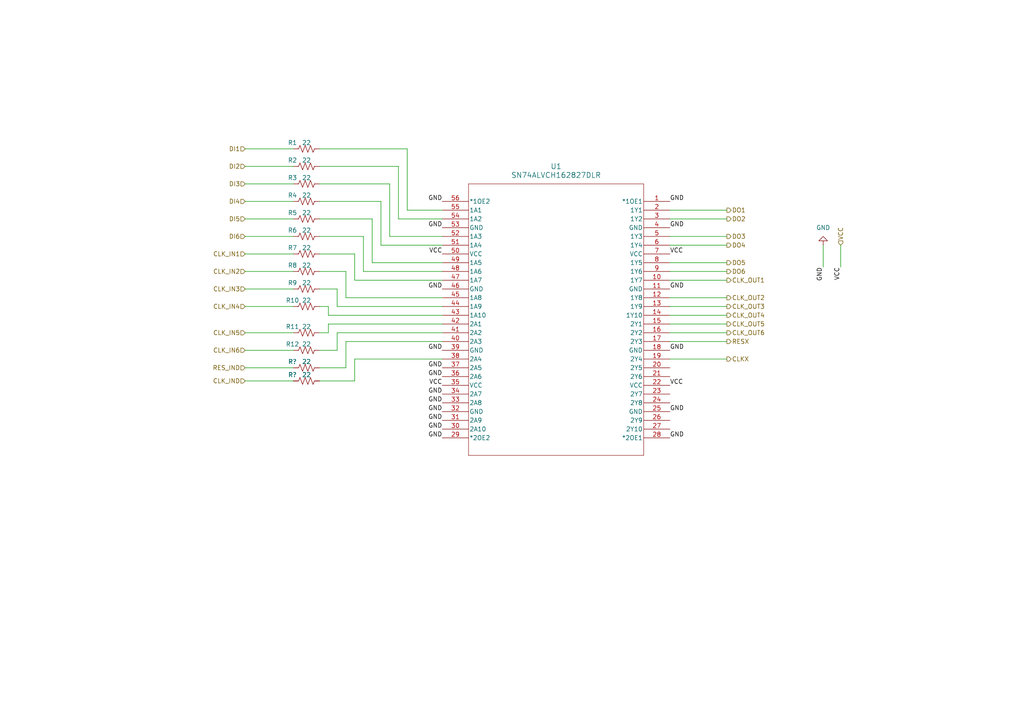
<source format=kicad_sch>
(kicad_sch (version 20231120) (generator "eeschema") (generator_version "8.0")
  (paper "A4")
  (lib_symbols
    (symbol "74ALVCH:SN74ALVCH162827DLR" (pin_names (offset 0.254))
      (property "Reference" "U" (at 33.02 10.16 0))
      (property "Value" "SN74ALVCH162827DLR" (at 33.02 7.62 0))
      (symbol "SN74ALVCH162827DLR_0_1"
        (polyline (pts (xy 7.62 -73.66) (xy 58.42 -73.66)) (stroke (width 0.127)))
        (polyline (pts (xy 7.62 5.08) (xy 7.62 -73.66)) (stroke (width 0.127)))
        (polyline (pts (xy 58.42 -73.66) (xy 58.42 5.08)) (stroke (width 0.127)))
        (polyline (pts (xy 58.42 5.08) (xy 7.62 5.08)) (stroke (width 0.127)))
        (pin input line (at 0 0 0) (length 7.62) (name "*1OE1") (number "1"))
        (pin output line (at 0 -22.86 0) (length 7.62) (name "1Y7") (number "10"))
        (pin power_in line (at 0 -25.4 0) (length 7.62) (name "GND") (number "11"))
        (pin output line (at 0 -27.94 0) (length 7.62) (name "1Y8") (number "12"))
        (pin output line (at 0 -30.48 0) (length 7.62) (name "1Y9") (number "13"))
        (pin output line (at 0 -33.02 0) (length 7.62) (name "1Y10") (number "14"))
        (pin output line (at 0 -35.56 0) (length 7.62) (name "2Y1") (number "15"))
        (pin output line (at 0 -38.1 0) (length 7.62) (name "2Y2") (number "16"))
        (pin output line (at 0 -40.64 0) (length 7.62) (name "2Y3") (number "17"))
        (pin power_in line (at 0 -43.18 0) (length 7.62) (name "GND") (number "18"))
        (pin output line (at 0 -45.72 0) (length 7.62) (name "2Y4") (number "19"))
        (pin output line (at 0 -2.54 0) (length 7.62) (name "1Y1") (number "2"))
        (pin output line (at 0 -48.26 0) (length 7.62) (name "2Y5") (number "20"))
        (pin output line (at 0 -50.8 0) (length 7.62) (name "2Y6") (number "21"))
        (pin power_in line (at 0 -53.34 0) (length 7.62) (name "VCC") (number "22"))
        (pin output line (at 0 -55.88 0) (length 7.62) (name "2Y7") (number "23"))
        (pin output line (at 0 -58.42 0) (length 7.62) (name "2Y8") (number "24"))
        (pin power_in line (at 0 -60.96 0) (length 7.62) (name "GND") (number "25"))
        (pin output line (at 0 -63.5 0) (length 7.62) (name "2Y9") (number "26"))
        (pin output line (at 0 -66.04 0) (length 7.62) (name "2Y10") (number "27"))
        (pin input line (at 0 -68.58 0) (length 7.62) (name "*2OE1") (number "28"))
        (pin input line (at 66.04 -68.58 180) (length 7.62) (name "*2OE2") (number "29"))
        (pin output line (at 0 -5.08 0) (length 7.62) (name "1Y2") (number "3"))
        (pin input line (at 66.04 -66.04 180) (length 7.62) (name "2A10") (number "30"))
        (pin input line (at 66.04 -63.5 180) (length 7.62) (name "2A9") (number "31"))
        (pin power_in line (at 66.04 -60.96 180) (length 7.62) (name "GND") (number "32"))
        (pin input line (at 66.04 -58.42 180) (length 7.62) (name "2A8") (number "33"))
        (pin input line (at 66.04 -55.88 180) (length 7.62) (name "2A7") (number "34"))
        (pin power_in line (at 66.04 -53.34 180) (length 7.62) (name "VCC") (number "35"))
        (pin input line (at 66.04 -50.8 180) (length 7.62) (name "2A6") (number "36"))
        (pin input line (at 66.04 -48.26 180) (length 7.62) (name "2A5") (number "37"))
        (pin input line (at 66.04 -45.72 180) (length 7.62) (name "2A4") (number "38"))
        (pin power_in line (at 66.04 -43.18 180) (length 7.62) (name "GND") (number "39"))
        (pin power_in line (at 0 -7.62 0) (length 7.62) (name "GND") (number "4"))
        (pin input line (at 66.04 -40.64 180) (length 7.62) (name "2A3") (number "40"))
        (pin input line (at 66.04 -38.1 180) (length 7.62) (name "2A2") (number "41"))
        (pin input line (at 66.04 -35.56 180) (length 7.62) (name "2A1") (number "42"))
        (pin input line (at 66.04 -33.02 180) (length 7.62) (name "1A10") (number "43"))
        (pin input line (at 66.04 -30.48 180) (length 7.62) (name "1A9") (number "44"))
        (pin input line (at 66.04 -27.94 180) (length 7.62) (name "1A8") (number "45"))
        (pin power_in line (at 66.04 -25.4 180) (length 7.62) (name "GND") (number "46"))
        (pin input line (at 66.04 -22.86 180) (length 7.62) (name "1A7") (number "47"))
        (pin input line (at 66.04 -20.32 180) (length 7.62) (name "1A6") (number "48"))
        (pin input line (at 66.04 -17.78 180) (length 7.62) (name "1A5") (number "49"))
        (pin output line (at 0 -10.16 0) (length 7.62) (name "1Y3") (number "5"))
        (pin power_in line (at 66.04 -15.24 180) (length 7.62) (name "VCC") (number "50"))
        (pin input line (at 66.04 -12.7 180) (length 7.62) (name "1A4") (number "51"))
        (pin input line (at 66.04 -10.16 180) (length 7.62) (name "1A3") (number "52"))
        (pin power_in line (at 66.04 -7.62 180) (length 7.62) (name "GND") (number "53"))
        (pin input line (at 66.04 -5.08 180) (length 7.62) (name "1A2") (number "54"))
        (pin input line (at 66.04 -2.54 180) (length 7.62) (name "1A1") (number "55"))
        (pin input line (at 66.04 0 180) (length 7.62) (name "*1OE2") (number "56"))
        (pin output line (at 0 -12.7 0) (length 7.62) (name "1Y4") (number "6"))
        (pin power_in line (at 0 -15.24 0) (length 7.62) (name "VCC") (number "7"))
        (pin output line (at 0 -17.78 0) (length 7.62) (name "1Y5") (number "8"))
        (pin output line (at 0 -20.32 0) (length 7.62) (name "1Y6") (number "9"))
      )
    )
    (symbol "Device:R_US" (pin_numbers hide) (pin_names (offset 0))
      (property "Reference" "R" (at 2.54 0 90))
      (property "Value" "R_US" (at -2.54 0 90))
      (symbol "R_US_0_1"
        (polyline (pts (xy 0 -2.286) (xy 0 -2.54)))
        (polyline (pts (xy 0 2.286) (xy 0 2.54)))
        (polyline (pts (xy 0 -0.762) (xy 1.016 -1.143) (xy 0 -1.524) (xy -1.016 -1.905) (xy 0 -2.286)))
        (polyline (pts (xy 0 0.762) (xy 1.016 0.381) (xy 0 0) (xy -1.016 -0.381) (xy 0 -0.762)))
        (polyline (pts (xy 0 2.286) (xy 1.016 1.905) (xy 0 1.524) (xy -1.016 1.143) (xy 0 0.762)))
      )
      (symbol "R_US_1_1"
        (pin passive line (at 0 3.81 270) (length 1.27) (name "~") (number "1"))
        (pin passive line (at 0 -3.81 90) (length 1.27) (name "~") (number "2"))
      )
    )
    (symbol "power:GND" (power) (pin_numbers hide) (pin_names (offset 0) hide)
      (property "Value" "GND" (at 0 -3.81 0))
      (symbol "GND_0_1"
        (polyline (pts (xy 0 0) (xy 0 -1.27) (xy 1.27 -1.27) (xy 0 -2.54) (xy -1.27 -1.27) (xy 0 -1.27)))
      )
      (symbol "GND_1_1"
        (pin power_in line (at 0 0 270) (length 0) (name "~") (number "1"))
      )
    )
  )
  (wire (pts (xy 128.27 91.44) (xy 95.25 91.44)))
  (wire (pts (xy 100.33 78.74) (xy 92.71 78.74)))
  (wire (pts (xy 71.12 53.34) (xy 85.09 53.34)))
  (wire (pts (xy 92.71 110.49) (xy 102.87 110.49)))
  (wire (pts (xy 71.12 88.9) (xy 85.09 88.9)))
  (wire (pts (xy 128.27 81.28) (xy 102.87 81.28)))
  (wire (pts (xy 113.03 68.58) (xy 128.27 68.58)))
  (wire (pts (xy 71.12 96.52) (xy 85.09 96.52)))
  (wire (pts (xy 194.31 99.06) (xy 210.82 99.06)))
  (wire (pts (xy 102.87 73.66) (xy 92.71 73.66)))
  (wire (pts (xy 115.57 63.5) (xy 115.57 48.26)))
  (wire (pts (xy 107.95 76.2) (xy 107.95 63.5)))
  (wire (pts (xy 128.27 76.2) (xy 107.95 76.2)))
  (wire (pts (xy 105.41 78.74) (xy 105.41 68.58)))
  (wire (pts (xy 110.49 58.42) (xy 92.71 58.42)))
  (wire (pts (xy 100.33 86.36) (xy 100.33 78.74)))
  (wire (pts (xy 100.33 106.68) (xy 100.33 99.06)))
  (wire (pts (xy 128.27 63.5) (xy 115.57 63.5)))
  (wire (pts (xy 194.31 81.28) (xy 210.82 81.28)))
  (wire (pts (xy 71.12 83.82) (xy 85.09 83.82)))
  (wire (pts (xy 71.12 68.58) (xy 85.09 68.58)))
  (wire (pts (xy 238.76 71.12) (xy 238.76 77.47)))
  (wire (pts (xy 128.27 96.52) (xy 97.79 96.52)))
  (wire (pts (xy 102.87 81.28) (xy 102.87 73.66)))
  (wire (pts (xy 71.12 78.74) (xy 85.09 78.74)))
  (wire (pts (xy 102.87 110.49) (xy 102.87 104.14)))
  (wire (pts (xy 71.12 73.66) (xy 85.09 73.66)))
  (wire (pts (xy 97.79 101.6) (xy 92.71 101.6)))
  (wire (pts (xy 92.71 83.82) (xy 97.79 83.82)))
  (wire (pts (xy 128.27 86.36) (xy 100.33 86.36)))
  (wire (pts (xy 194.31 104.14) (xy 210.82 104.14)))
  (wire (pts (xy 194.31 93.98) (xy 210.82 93.98)))
  (wire (pts (xy 95.25 93.98) (xy 95.25 96.52)))
  (wire (pts (xy 71.12 43.18) (xy 85.09 43.18)))
  (wire (pts (xy 71.12 63.5) (xy 85.09 63.5)))
  (wire (pts (xy 194.31 88.9) (xy 210.82 88.9)))
  (wire (pts (xy 113.03 53.34) (xy 92.71 53.34)))
  (wire (pts (xy 71.12 48.26) (xy 85.09 48.26)))
  (wire (pts (xy 194.31 86.36) (xy 210.82 86.36)))
  (wire (pts (xy 110.49 71.12) (xy 110.49 58.42)))
  (wire (pts (xy 194.31 91.44) (xy 210.82 91.44)))
  (wire (pts (xy 92.71 106.68) (xy 100.33 106.68)))
  (wire (pts (xy 128.27 78.74) (xy 105.41 78.74)))
  (wire (pts (xy 128.27 71.12) (xy 110.49 71.12)))
  (wire (pts (xy 194.31 76.2) (xy 210.82 76.2)))
  (wire (pts (xy 194.31 78.74) (xy 210.82 78.74)))
  (wire (pts (xy 194.31 60.96) (xy 210.82 60.96)))
  (wire (pts (xy 243.84 71.12) (xy 243.84 77.47)))
  (wire (pts (xy 92.71 68.58) (xy 105.41 68.58)))
  (wire (pts (xy 95.25 91.44) (xy 95.25 88.9)))
  (wire (pts (xy 97.79 83.82) (xy 97.79 88.9)))
  (wire (pts (xy 71.12 106.68) (xy 85.09 106.68)))
  (wire (pts (xy 97.79 88.9) (xy 128.27 88.9)))
  (wire (pts (xy 115.57 48.26) (xy 92.71 48.26)))
  (wire (pts (xy 128.27 93.98) (xy 95.25 93.98)))
  (wire (pts (xy 107.95 63.5) (xy 92.71 63.5)))
  (wire (pts (xy 113.03 68.58) (xy 113.03 53.34)))
  (wire (pts (xy 71.12 58.42) (xy 85.09 58.42)))
  (wire (pts (xy 118.11 43.18) (xy 118.11 60.96)))
  (wire (pts (xy 92.71 43.18) (xy 118.11 43.18)))
  (wire (pts (xy 118.11 60.96) (xy 128.27 60.96)))
  (wire (pts (xy 71.12 110.49) (xy 85.09 110.49)))
  (wire (pts (xy 194.31 63.5) (xy 210.82 63.5)))
  (wire (pts (xy 102.87 104.14) (xy 128.27 104.14)))
  (wire (pts (xy 71.12 101.6) (xy 85.09 101.6)))
  (wire (pts (xy 95.25 88.9) (xy 92.71 88.9)))
  (wire (pts (xy 194.31 68.58) (xy 210.82 68.58)))
  (wire (pts (xy 97.79 96.52) (xy 97.79 101.6)))
  (wire (pts (xy 100.33 99.06) (xy 128.27 99.06)))
  (wire (pts (xy 194.31 71.12) (xy 210.82 71.12)))
  (wire (pts (xy 194.31 96.52) (xy 210.82 96.52)))
  (wire (pts (xy 95.25 96.52) (xy 92.71 96.52)))
  (label "GND" (at 128.27 119.38 180))
  (label "GND" (at 194.31 101.6 0))
  (label "VCC" (at 243.84 77.47 270))
  (label "VCC" (at 194.31 111.76 0))
  (label "GND" (at 128.27 58.42 180))
  (label "GND" (at 128.27 83.82 180))
  (label "GND" (at 128.27 114.3 180))
  (label "GND" (at 194.31 83.82 0))
  (label "GND" (at 128.27 66.04 180))
  (label "GND" (at 194.31 58.42 0))
  (label "GND" (at 194.31 66.04 0))
  (label "VCC" (at 194.31 73.66 0))
  (label "GND" (at 128.27 109.22 180))
  (label "VCC" (at 128.27 73.66 180))
  (label "GND" (at 194.31 127 0))
  (label "GND" (at 194.31 119.38 0))
  (label "VCC" (at 128.27 111.76 180))
  (label "GND" (at 128.27 127 180))
  (label "GND" (at 238.76 77.47 270))
  (label "GND" (at 128.27 101.6 180))
  (label "GND" (at 128.27 121.92 180))
  (label "GND" (at 128.27 124.46 180))
  (label "GND" (at 128.27 106.68 180))
  (label "GND" (at 128.27 116.84 180))
  (hierarchical_label "CLK_IN1" (shape input) (at 71.12 73.66 180))
  (hierarchical_label "CLK_OUT1" (shape output) (at 210.82 81.28 0))
  (hierarchical_label "DI4" (shape input) (at 71.12 58.42 180))
  (hierarchical_label "CLK_IND" (shape input) (at 71.12 110.49 180))
  (hierarchical_label "CLK_IN4" (shape input) (at 71.12 88.9 180))
  (hierarchical_label "CLK_OUT5" (shape output) (at 210.82 93.98 0))
  (hierarchical_label "DI6" (shape input) (at 71.12 68.58 180))
  (hierarchical_label "CLK_IN3" (shape input) (at 71.12 83.82 180))
  (hierarchical_label "CLK_OUT2" (shape output) (at 210.82 86.36 0))
  (hierarchical_label "DO6" (shape output) (at 210.82 78.74 0))
  (hierarchical_label "DO1" (shape output) (at 210.82 60.96 0))
  (hierarchical_label "CLK_IN2" (shape input) (at 71.12 78.74 180))
  (hierarchical_label "VCC" (shape input) (at 243.84 71.12 90))
  (hierarchical_label "CLKX" (shape output) (at 210.82 104.14 0))
  (hierarchical_label "CLK_OUT3" (shape output) (at 210.82 88.9 0))
  (hierarchical_label "DO4" (shape output) (at 210.82 71.12 0))
  (hierarchical_label "DO2" (shape output) (at 210.82 63.5 0))
  (hierarchical_label "RES_IND" (shape input) (at 71.12 106.68 180))
  (hierarchical_label "DI2" (shape input) (at 71.12 48.26 180))
  (hierarchical_label "DI5" (shape input) (at 71.12 63.5 180))
  (hierarchical_label "DI3" (shape input) (at 71.12 53.34 180))
  (hierarchical_label "RESX" (shape output) (at 210.82 99.06 0))
  (hierarchical_label "CLK_OUT4" (shape output) (at 210.82 91.44 0))
  (hierarchical_label "CLK_OUT6" (shape output) (at 210.82 96.52 0))
  (hierarchical_label "DO5" (shape output) (at 210.82 76.2 0))
  (hierarchical_label "CLK_IN6" (shape input) (at 71.12 101.6 180))
  (hierarchical_label "DO3" (shape output) (at 210.82 68.58 0))
  (hierarchical_label "CLK_IN5" (shape input) (at 71.12 96.52 180))
  (hierarchical_label "DI1" (shape input) (at 71.12 43.18 180))
  (symbol (lib_id "Device:R_US") (at 88.9 48.26 90) (unit 1)
    (property "Reference" "R2" (at 84.836 46.482 90))
    (property "Value" "22" (at 88.9 46.482 90))
    (property "Footprint" "Resistor_SMD:R_0402_1005Metric" (effects (hide yes)))
    (property "Description" "Resistor, US symbol" (effects (hide yes)))
  )
  (symbol (lib_id "Device:R_US") (at 88.9 96.52 90) (unit 1)
    (property "Reference" "R11" (at 84.836 94.742 90))
    (property "Value" "22" (at 88.9 94.742 90))
    (property "Footprint" "Resistor_SMD:R_0402_1005Metric" (effects (hide yes)))
    (property "Description" "Resistor, US symbol" (effects (hide yes)))
  )
  (symbol (lib_id "power:GND") (at 238.76 71.12 180) (unit 1)
    (property "Reference" "#PWR03" (effects (hide yes)))
    (property "Value" "GND" (at 238.76 66.04 0))
    (property "Description" "Power symbol creates a global label with name \"GND\" , ground" (effects (hide yes)))
  )
  (symbol (lib_id "Device:R_US") (at 88.9 43.18 90) (unit 1)
    (property "Reference" "R1" (at 84.836 41.402 90))
    (property "Value" "22" (at 88.9 41.402 90))
    (property "Footprint" "Resistor_SMD:R_0402_1005Metric" (effects (hide yes)))
    (property "Description" "Resistor, US symbol" (effects (hide yes)))
  )
  (symbol (lib_id "Device:R_US") (at 88.9 58.42 90) (unit 1)
    (property "Reference" "R4" (at 84.836 56.642 90))
    (property "Value" "22" (at 88.9 56.642 90))
    (property "Footprint" "Resistor_SMD:R_0402_1005Metric" (effects (hide yes)))
    (property "Description" "Resistor, US symbol" (effects (hide yes)))
  )
  (symbol (lib_id "Device:R_US") (at 88.9 68.58 90) (unit 1)
    (property "Reference" "R6" (at 84.836 66.802 90))
    (property "Value" "22" (at 88.9 66.802 90))
    (property "Footprint" "Resistor_SMD:R_0402_1005Metric" (effects (hide yes)))
    (property "Description" "Resistor, US symbol" (effects (hide yes)))
  )
  (symbol (lib_id "Device:R_US") (at 88.9 101.6 90) (unit 1)
    (property "Reference" "R12" (at 84.836 99.822 90))
    (property "Value" "22" (at 88.9 99.822 90))
    (property "Footprint" "Resistor_SMD:R_0402_1005Metric" (effects (hide yes)))
    (property "Description" "Resistor, US symbol" (effects (hide yes)))
  )
  (symbol (lib_id "Device:R_US") (at 88.9 63.5 90) (unit 1)
    (property "Reference" "R5" (at 84.836 61.722 90))
    (property "Value" "22" (at 88.9 61.722 90))
    (property "Footprint" "Resistor_SMD:R_0402_1005Metric" (effects (hide yes)))
    (property "Description" "Resistor, US symbol" (effects (hide yes)))
  )
  (symbol (lib_id "Device:R_US") (at 88.9 83.82 90) (unit 1)
    (property "Reference" "R9" (at 84.836 82.042 90))
    (property "Value" "22" (at 88.9 82.042 90))
    (property "Footprint" "Resistor_SMD:R_0402_1005Metric" (effects (hide yes)))
    (property "Description" "Resistor, US symbol" (effects (hide yes)))
  )
  (symbol (lib_id "Device:R_US") (at 88.9 88.9 90) (unit 1)
    (property "Reference" "R10" (at 84.836 87.122 90))
    (property "Value" "22" (at 88.9 87.122 90))
    (property "Footprint" "Resistor_SMD:R_0402_1005Metric" (effects (hide yes)))
    (property "Description" "Resistor, US symbol" (effects (hide yes)))
  )
  (symbol (lib_id "Device:R_US") (at 88.9 73.66 90) (unit 1)
    (property "Reference" "R7" (at 84.836 71.882 90))
    (property "Value" "22" (at 88.9 71.882 90))
    (property "Footprint" "Resistor_SMD:R_0402_1005Metric" (effects (hide yes)))
    (property "Description" "Resistor, US symbol" (effects (hide yes)))
  )
  (symbol (lib_id "Device:R_US") (at 88.9 53.34 90) (unit 1)
    (property "Reference" "R3" (at 84.836 51.562 90))
    (property "Value" "22" (at 88.9 51.562 90))
    (property "Footprint" "Resistor_SMD:R_0402_1005Metric" (effects (hide yes)))
    (property "Description" "Resistor, US symbol" (effects (hide yes)))
  )
  (symbol (lib_id "74ALVCH:SN74ALVCH162827DLR") (at 194.31 58.42 0) (mirror y) (unit 1)
    (property "Reference" "U1" (at 161.29 48.26 0) (effects (font (size 1.524 1.524))))
    (property "Value" "SN74ALVCH162827DLR" (at 161.29 50.8 0) (effects (font (size 1.524 1.524))))
    (property "Footprint" "DL56" (effects (hide yes)))
    (property "Datasheet" "SN74ALVCH162827DLR" (effects (hide yes)))
    (property "Sim.Library" "/home/maxwell/github-repos/sp-24-EE628/6_Test/2_PCB/test_board_1/TestBoardEDA/models/SN74ALVCH162827.lib" (effects (hide yes)))
    (property "Sim.Name" "SN74ALVCH162827" (effects (hide yes)))
    (property "Sim.Device" "SUBCKT" (effects (hide yes)))
    (property "Sim.Pins" "1=OEZ 2=Y 4=AGND 7=VCC 55=A" (effects (hide yes)))
  )
  (symbol (lib_id "Device:R_US") (at 88.9 110.49 90) (unit 1)
    (property "Reference" "R?" (at 84.836 108.712 90))
    (property "Value" "22" (at 88.9 108.712 90))
    (property "Footprint" "Resistor_SMD:R_0402_1005Metric" (effects (hide yes)))
    (property "Description" "Resistor, US symbol" (effects (hide yes)))
  )
  (symbol (lib_id "Device:R_US") (at 88.9 106.68 90) (unit 1)
    (property "Reference" "R?" (at 84.836 104.902 90))
    (property "Value" "22" (at 88.9 104.902 90))
    (property "Footprint" "Resistor_SMD:R_0402_1005Metric" (effects (hide yes)))
    (property "Description" "Resistor, US symbol" (effects (hide yes)))
  )
  (symbol (lib_id "Device:R_US") (at 88.9 78.74 90) (unit 1)
    (property "Reference" "R8" (at 84.836 76.962 90))
    (property "Value" "22" (at 88.9 76.962 90))
    (property "Footprint" "Resistor_SMD:R_0402_1005Metric" (effects (hide yes)))
    (property "Description" "Resistor, US symbol" (effects (hide yes)))
  )
)
</source>
